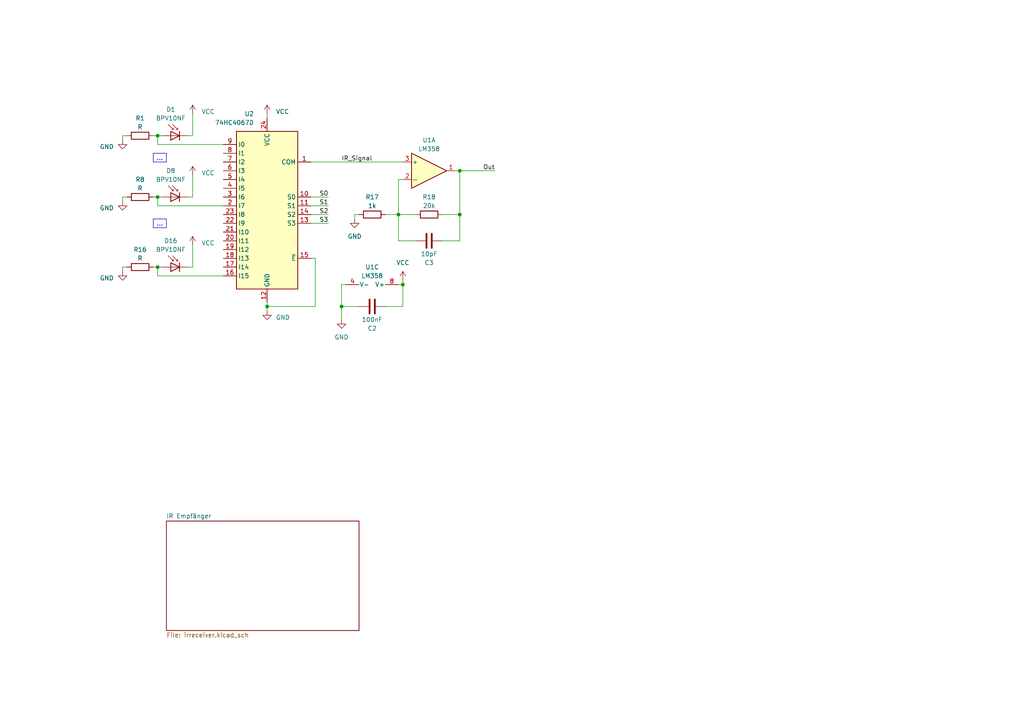
<source format=kicad_sch>
(kicad_sch (version 20230121) (generator eeschema)
  (paper "A4")
  (title_block (title "IR Receiver") (date "2022-11-23") (rev "3") (company "FH Dortmund - 42nibbles") (comment 1 "Jannik Schmöle"))
  (lib_symbols
    (symbol "74xx:CD74HC4067M"
      (property "Reference" "U" (at -8.89 22.86 0))
      (property "Value" "CD74HC4067M" (at 1.27 22.86 0))
      (symbol "CD74HC4067M_0_1"
        (rectangle (start -8.89 21.59) (end 8.89 -24.13) (stroke (width 0.254)) (fill (type background)))
      )
      (symbol "CD74HC4067M_1_1"
        (pin passive line (at -12.7 12.7 0) (length 3.81) (name "COM") (number "1"))
        (pin input line (at -12.7 2.54 0) (length 3.81) (name "S0") (number "10"))
        (pin input line (at -12.7 0 0) (length 3.81) (name "S1") (number "11"))
        (pin power_in line (at 0 -27.94 90) (length 3.81) (name "GND") (number "12"))
        (pin input line (at -12.7 -5.08 0) (length 3.81) (name "S3") (number "13"))
        (pin input line (at -12.7 -2.54 0) (length 3.81) (name "S2") (number "14"))
        (pin input line (at -12.7 -15.24 0) (length 3.81) (name "~{E}") (number "15"))
        (pin passive line (at 12.7 -20.32 180) (length 3.81) (name "I15") (number "16"))
        (pin passive line (at 12.7 -17.78 180) (length 3.81) (name "I14") (number "17"))
        (pin passive line (at 12.7 -15.24 180) (length 3.81) (name "I13") (number "18"))
        (pin passive line (at 12.7 -12.7 180) (length 3.81) (name "I12") (number "19"))
        (pin passive line (at 12.7 0 180) (length 3.81) (name "I7") (number "2"))
        (pin passive line (at 12.7 -10.16 180) (length 3.81) (name "I11") (number "20"))
        (pin passive line (at 12.7 -7.62 180) (length 3.81) (name "I10") (number "21"))
        (pin passive line (at 12.7 -5.08 180) (length 3.81) (name "I9") (number "22"))
        (pin passive line (at 12.7 -2.54 180) (length 3.81) (name "I8") (number "23"))
        (pin power_in line (at 0 25.4 270) (length 3.81) (name "VCC") (number "24"))
        (pin passive line (at 12.7 2.54 180) (length 3.81) (name "I6") (number "3"))
        (pin passive line (at 12.7 5.08 180) (length 3.81) (name "I5") (number "4"))
        (pin passive line (at 12.7 7.62 180) (length 3.81) (name "I4") (number "5"))
        (pin passive line (at 12.7 10.16 180) (length 3.81) (name "I3") (number "6"))
        (pin passive line (at 12.7 12.7 180) (length 3.81) (name "I2") (number "7"))
        (pin passive line (at 12.7 15.24 180) (length 3.81) (name "I1") (number "8"))
        (pin passive line (at 12.7 17.78 180) (length 3.81) (name "I0") (number "9"))
      )
    )
    (symbol "Amplifier_Operational:LM358" (pin_names (offset 0.127))
      (property "Reference" "U" (at 0 5.08 0))
      (property "Value" "LM358" (at 0 -5.08 0))
      (symbol "LM358_1_1"
        (polyline (pts (xy -5.08 5.08) (xy 5.08 0) (xy -5.08 -5.08) (xy -5.08 5.08)) (stroke (width 0.254)) (fill (type background)))
        (pin output line (at 7.62 0 180) (length 2.54) (name "~") (number "1"))
        (pin input line (at -7.62 -2.54 0) (length 2.54) (name "-") (number "2"))
        (pin input line (at -7.62 2.54 0) (length 2.54) (name "+") (number "3"))
      )
      (symbol "LM358_2_1"
        (polyline (pts (xy -5.08 5.08) (xy 5.08 0) (xy -5.08 -5.08) (xy -5.08 5.08)) (stroke (width 0.254)) (fill (type background)))
        (pin input line (at -7.62 2.54 0) (length 2.54) (name "+") (number "5"))
        (pin input line (at -7.62 -2.54 0) (length 2.54) (name "-") (number "6"))
        (pin output line (at 7.62 0 180) (length 2.54) (name "~") (number "7"))
      )
      (symbol "LM358_3_1"
        (pin power_in line (at -2.54 -7.62 90) (length 3.81) (name "V-") (number "4"))
        (pin power_in line (at -2.54 7.62 270) (length 3.81) (name "V+") (number "8"))
      )
    )
    (symbol "Device:C" (pin_numbers hide) (pin_names (offset 0.254))
      (property "Reference" "C" (at 0.635 2.54 0))
      (property "Value" "C" (at 0.635 -2.54 0))
      (symbol "C_0_1"
        (polyline (pts (xy -2.032 -0.762) (xy 2.032 -0.762)) (stroke (width 0.508)))
        (polyline (pts (xy -2.032 0.762) (xy 2.032 0.762)) (stroke (width 0.508)))
      )
      (symbol "C_1_1"
        (pin passive line (at 0 3.81 270) (length 2.794) (name "~") (number "1"))
        (pin passive line (at 0 -3.81 90) (length 2.794) (name "~") (number "2"))
      )
    )
    (symbol "Device:D_Photo" (pin_numbers hide) (pin_names hide)
      (property "Reference" "D" (at 0.508 1.778 0))
      (property "Value" "D_Photo" (at -1.016 -2.794 0))
      (symbol "D_Photo_0_1"
        (polyline (pts (xy -2.54 1.27) (xy -2.54 -1.27)) (stroke (width 0.254)))
        (polyline (pts (xy -2.032 1.778) (xy -1.524 1.778)))
        (polyline (pts (xy 0 0) (xy -2.54 0)))
        (polyline (pts (xy -0.508 3.302) (xy -2.032 1.778) (xy -2.032 2.286)))
        (polyline (pts (xy 0 -1.27) (xy 0 1.27) (xy -2.54 0) (xy 0 -1.27)) (stroke (width 0.254)))
        (polyline (pts (xy 0.762 3.302) (xy -0.762 1.778) (xy -0.762 2.286) (xy -0.762 1.778) (xy -0.254 1.778)))
      )
      (symbol "D_Photo_1_1"
        (pin passive line (at -5.08 0 0) (length 2.54) (name "K") (number "1"))
        (pin passive line (at 2.54 0 180) (length 2.54) (name "A") (number "2"))
      )
    )
    (symbol "Device:R" (pin_numbers hide) (pin_names (offset 0))
      (property "Reference" "R" (at 2.032 0 90))
      (property "Value" "R" (at 0 0 90))
      (symbol "R_0_1"
        (rectangle (start -1.016 -2.54) (end 1.016 2.54) (stroke (width 0.254)))
      )
      (symbol "R_1_1"
        (pin passive line (at 0 3.81 270) (length 1.27) (name "~") (number "1"))
        (pin passive line (at 0 -3.81 90) (length 1.27) (name "~") (number "2"))
      )
    )
    (symbol "power:GND" (power) (pin_names (offset 0))
      (property "Value" "GND" (at 0 -3.81 0))
      (symbol "GND_0_1"
        (polyline (pts (xy 0 0) (xy 0 -1.27) (xy 1.27 -1.27) (xy 0 -2.54) (xy -1.27 -1.27) (xy 0 -1.27)))
      )
      (symbol "GND_1_1"
        (pin power_in line (at 0 0 270) (length 0) hide (name "GND") (number "1"))
      )
    )
    (symbol "power:VCC" (power) (pin_names (offset 0))
      (property "Value" "VCC" (at 0 3.81 0))
      (symbol "VCC_0_1"
        (polyline (pts (xy -0.762 1.27) (xy 0 2.54)))
        (polyline (pts (xy 0 0) (xy 0 2.54)))
        (polyline (pts (xy 0 2.54) (xy 0.762 1.27)))
      )
      (symbol "VCC_1_1"
        (pin power_in line (at 0 0 90) (length 0) hide (name "VCC") (number "1"))
      )
    )
  )
  (junction (at 45.72 39.37))
  (junction (at 77.47 88.9))
  (junction (at 45.72 77.47))
  (junction (at 115.57 62.23))
  (junction (at 45.72 57.15))
  (junction (at 133.35 49.53))
  (junction (at 116.84 82.55))
  (junction (at 133.35 62.23))
  (junction (at 99.06 88.9))
  (wire (pts (xy 55.88 39.37) (xy 54.61 39.37)))
  (wire (pts (xy 35.56 39.37) (xy 35.56 40.64)))
  (wire (pts (xy 45.72 77.47) (xy 46.99 77.47)))
  (wire (pts (xy 55.88 33.02) (xy 55.88 39.37)))
  (wire (pts (xy 115.57 52.07) (xy 116.84 52.07)))
  (wire (pts (xy 35.56 78.74) (xy 35.56 77.47)))
  (wire (pts (xy 55.88 71.12) (xy 55.88 77.47)))
  (wire (pts (xy 45.72 39.37) (xy 46.99 39.37)))
  (wire (pts (xy 91.44 88.9) (xy 77.47 88.9)))
  (wire (pts (xy 120.65 69.85) (xy 115.57 69.85)))
  (wire (pts (xy 45.72 80.01) (xy 45.72 77.47)))
  (wire (pts (xy 90.17 59.69) (xy 95.25 59.69)))
  (wire (pts (xy 35.56 57.15) (xy 36.83 57.15)))
  (wire (pts (xy 90.17 64.77) (xy 95.25 64.77)))
  (wire (pts (xy 133.35 62.23) (xy 133.35 49.53)))
  (wire (pts (xy 35.56 58.42) (xy 35.56 57.15)))
  (wire (pts (xy 90.17 46.99) (xy 116.84 46.99)))
  (wire (pts (xy 90.17 62.23) (xy 95.25 62.23)))
  (wire (pts (xy 44.45 39.37) (xy 45.72 39.37)))
  (wire (pts (xy 111.76 62.23) (xy 115.57 62.23)))
  (wire (pts (xy 77.47 33.02) (xy 77.47 34.29)))
  (wire (pts (xy 35.56 77.47) (xy 36.83 77.47)))
  (wire (pts (xy 64.77 80.01) (xy 45.72 80.01)))
  (wire (pts (xy 128.27 69.85) (xy 133.35 69.85)))
  (wire (pts (xy 133.35 49.53) (xy 143.51 49.53)))
  (wire (pts (xy 116.84 82.55) (xy 115.57 82.55)))
  (wire (pts (xy 115.57 62.23) (xy 120.65 62.23)))
  (wire (pts (xy 77.47 90.17) (xy 77.47 88.9)))
  (wire (pts (xy 91.44 74.93) (xy 90.17 74.93)))
  (wire (pts (xy 45.72 41.91) (xy 45.72 39.37)))
  (wire (pts (xy 44.45 77.47) (xy 45.72 77.47)))
  (wire (pts (xy 45.72 57.15) (xy 46.99 57.15)))
  (wire (pts (xy 99.06 82.55) (xy 100.33 82.55)))
  (wire (pts (xy 116.84 81.28) (xy 116.84 82.55)))
  (wire (pts (xy 55.88 77.47) (xy 54.61 77.47)))
  (wire (pts (xy 45.72 59.69) (xy 64.77 59.69)))
  (wire (pts (xy 128.27 62.23) (xy 133.35 62.23)))
  (wire (pts (xy 104.14 88.9) (xy 99.06 88.9)))
  (wire (pts (xy 55.88 57.15) (xy 54.61 57.15)))
  (wire (pts (xy 55.88 50.8) (xy 55.88 57.15)))
  (wire (pts (xy 99.06 92.71) (xy 99.06 88.9)))
  (wire (pts (xy 35.56 39.37) (xy 36.83 39.37)))
  (wire (pts (xy 111.76 88.9) (xy 116.84 88.9)))
  (wire (pts (xy 115.57 52.07) (xy 115.57 62.23)))
  (wire (pts (xy 116.84 88.9) (xy 116.84 82.55)))
  (wire (pts (xy 104.14 62.23) (xy 102.87 62.23)))
  (wire (pts (xy 133.35 49.53) (xy 132.08 49.53)))
  (wire (pts (xy 102.87 62.23) (xy 102.87 63.5)))
  (wire (pts (xy 133.35 69.85) (xy 133.35 62.23)))
  (wire (pts (xy 90.17 57.15) (xy 95.25 57.15)))
  (wire (pts (xy 77.47 88.9) (xy 77.47 87.63)))
  (wire (pts (xy 115.57 69.85) (xy 115.57 62.23)))
  (wire (pts (xy 91.44 74.93) (xy 91.44 88.9)))
  (wire (pts (xy 44.45 57.15) (xy 45.72 57.15)))
  (wire (pts (xy 45.72 59.69) (xy 45.72 57.15)))
  (wire (pts (xy 45.72 41.91) (xy 64.77 41.91)))
  (wire (pts (xy 99.06 82.55) (xy 99.06 88.9)))
  (text_box "..." (at 44.45 44.45 0) (size 3.81 2.54) (effects (font (size 1.27 1.27))))
  (text_box "..." (at 44.45 63.5 0) (size 3.81 2.54) (effects (font (size 1.27 1.27))))
  (label "Out" (at 143.51 49.53 180))
  (label "S1" (at 95.25 59.69 180))
  (label "IR_Signal" (at 99.06 46.99 0))
  (label "S0" (at 95.25 57.15 180))
  (label "S3" (at 95.25 64.77 180))
  (label "S2" (at 95.25 62.23 180))
  (symbol (lib_id "Device:C") (at 107.95 88.9 270) (unit 1)
    (property "Reference" "C2" (at 107.95 95.25 90))
    (property "Value" "100nF" (at 107.95 92.71 90))
    (property "Footprint" "Capacitor_SMD:C_0805_2012Metric_Pad1.18x1.45mm_HandSolder" (effects hide))
  )
  (symbol (lib_id "power:GND") (at 35.56 78.74 0) (mirror y) (unit 1)
    (property "Reference" "#PWR07" (effects hide))
    (property "Value" "GND" (at 33.02 80.645 0) (effects (justify left)))
  )
  (symbol (lib_id "power:VCC") (at 55.88 33.02 0) (unit 1)
    (property "Reference" "#PWR08" (effects hide))
    (property "Value" "VCC" (at 58.42 32.385 0) (effects (justify left)))
  )
  (symbol (lib_id "Device:R") (at 40.64 39.37 270) (mirror x) (unit 1)
    (property "Reference" "R1" (at 40.64 34.29 90))
    (property "Value" "R" (at 40.64 36.83 90))
    (property "Footprint" "Resistor_SMD:R_0805_2012Metric_Pad1.20x1.40mm_HandSolder" (effects hide))
  )
  (symbol (lib_id "power:VCC") (at 55.88 50.8 0) (unit 1)
    (property "Reference" "#PWR09" (effects hide))
    (property "Value" "VCC" (at 58.42 50.165 0) (effects (justify left)))
  )
  (symbol (lib_id "Device:R") (at 107.95 62.23 90) (unit 1)
    (property "Reference" "R17" (at 107.95 57.15 90))
    (property "Value" "1k" (at 107.95 59.69 90))
    (property "Footprint" "Resistor_SMD:R_0805_2012Metric_Pad1.20x1.40mm_HandSolder" (effects hide))
  )
  (symbol (lib_id "Amplifier_Operational:LM358") (at 107.95 80.01 270) (mirror x) (unit 3)
    (property "Reference" "U1" (at 107.95 77.47 90))
    (property "Value" "LM358" (at 107.95 80.01 90))
    (property "Footprint" "Package_SO:SOP-8_3.9x4.9mm_P1.27mm" (effects hide))
    (property "Datasheet" "http://www.ti.com/lit/ds/symlink/lm2904-n.pdf" (effects hide))
  )
  (symbol (lib_id "power:GND") (at 77.47 90.17 0) (unit 1)
    (property "Reference" "#PWR012" (effects hide))
    (property "Value" "GND" (at 80.01 92.075 0) (effects (justify left)))
  )
  (symbol (lib_id "Device:C") (at 124.46 69.85 90) (mirror x) (unit 1)
    (property "Reference" "C3" (at 124.46 76.2 90))
    (property "Value" "10pF" (at 124.46 73.66 90))
    (property "Footprint" "Capacitor_SMD:C_0805_2012Metric_Pad1.18x1.45mm_HandSolder" (effects hide))
  )
  (symbol (lib_id "power:VCC") (at 116.84 81.28 0) (mirror y) (unit 1)
    (property "Reference" "#PWR013" (effects hide))
    (property "Value" "VCC" (at 116.84 76.2 0))
  )
  (symbol (lib_id "Device:D_Photo") (at 49.53 57.15 0) (mirror y) (unit 1)
    (property "Reference" "D8" (at 49.53 49.53 0))
    (property "Value" "BPV10NF" (at 49.53 52.07 0))
    (property "Footprint" "LED_THT:LED_D5.0mm_Horizontal_O3.81mm_Z3.0mm" (effects hide))
  )
  (symbol (lib_id "power:VCC") (at 77.47 33.02 0) (unit 1)
    (property "Reference" "#PWR011" (effects hide))
    (property "Value" "VCC" (at 80.01 32.385 0) (effects (justify left)))
  )
  (symbol (lib_id "Device:R") (at 40.64 57.15 270) (mirror x) (unit 1)
    (property "Reference" "R8" (at 40.64 52.07 90))
    (property "Value" "R" (at 40.64 54.61 90))
    (property "Footprint" "Resistor_SMD:R_0805_2012Metric_Pad1.20x1.40mm_HandSolder" (effects hide))
  )
  (symbol (lib_id "Device:R") (at 124.46 62.23 90) (unit 1)
    (property "Reference" "R18" (at 124.46 57.15 90))
    (property "Value" "20k" (at 124.46 59.69 90))
    (property "Footprint" "Resistor_SMD:R_0805_2012Metric_Pad1.20x1.40mm_HandSolder" (effects hide))
  )
  (symbol (lib_id "power:GND") (at 35.56 58.42 0) (mirror y) (unit 1)
    (property "Reference" "#PWR04" (effects hide))
    (property "Value" "GND" (at 33.02 60.325 0) (effects (justify left)))
  )
  (symbol (lib_id "Amplifier_Operational:LM358") (at 124.46 49.53 0) (unit 1)
    (property "Reference" "U1" (at 124.46 40.64 0))
    (property "Value" "LM358" (at 124.46 43.18 0))
    (property "Footprint" "Package_SO:SOP-8_3.9x4.9mm_P1.27mm" (effects hide))
    (property "Datasheet" "http://www.ti.com/lit/ds/symlink/lm2904-n.pdf" (effects hide))
  )
  (symbol (lib_id "74xx:CD74HC4067M") (at 77.47 59.69 0) (mirror y) (unit 1)
    (property "Reference" "U2" (at 73.66 33.02 0) (effects (justify left)))
    (property "Value" "74HC4067D" (at 73.66 35.56 0) (effects (justify left)))
    (property "Footprint" "Package_SO:SOIC-24W_7.5x15.4mm_P1.27mm" (effects hide))
    (property "Datasheet" "http://www.ti.com/lit/ds/symlink/cd74hc4067.pdf" (effects hide))
  )
  (symbol (lib_id "power:VCC") (at 55.88 71.12 0) (unit 1)
    (property "Reference" "#PWR010" (effects hide))
    (property "Value" "VCC" (at 58.42 70.485 0) (effects (justify left)))
  )
  (symbol (lib_id "power:GND") (at 35.56 40.64 0) (mirror y) (unit 1)
    (property "Reference" "#PWR01" (effects hide))
    (property "Value" "GND" (at 33.02 42.545 0) (effects (justify left)))
  )
  (symbol (lib_id "power:GND") (at 99.06 92.71 0) (mirror y) (unit 1)
    (property "Reference" "#PWR015" (effects hide))
    (property "Value" "GND" (at 99.06 97.79 0))
  )
  (symbol (lib_id "Device:D_Photo") (at 49.53 77.47 0) (mirror y) (unit 1)
    (property "Reference" "D16" (at 49.53 69.85 0))
    (property "Value" "BPV10NF" (at 49.53 72.39 0))
    (property "Footprint" "LED_THT:LED_D5.0mm_Horizontal_O3.81mm_Z3.0mm" (effects hide))
  )
  (symbol (lib_id "Device:D_Photo") (at 49.53 39.37 0) (mirror y) (unit 1)
    (property "Reference" "D1" (at 49.53 31.75 0))
    (property "Value" "BPV10NF" (at 49.53 34.29 0))
    (property "Footprint" "LED_THT:LED_D5.0mm_Horizontal_O3.81mm_Z3.0mm" (effects hide))
  )
  (symbol (lib_id "power:GND") (at 102.87 63.5 0) (unit 1)
    (property "Reference" "#PWR014" (effects hide))
    (property "Value" "GND" (at 102.87 68.58 0))
  )
  (symbol (lib_id "Device:R") (at 40.64 77.47 270) (mirror x) (unit 1)
    (property "Reference" "R16" (at 40.64 72.39 90))
    (property "Value" "R" (at 40.64 74.93 90))
    (property "Footprint" "Resistor_SMD:R_0805_2012Metric_Pad1.20x1.40mm_HandSolder" (effects hide))
  )
  (sheet (at 48.26 151.13) (size 55.88 31.75) (stroke (width 0.1524))
    (property "Sheetname" "IR Empfänger" (at 48.26 150.4184 0) (effects (justify left bottom)))
    (property "Sheetfile" "irreceiver.kicad_sch" (at 48.26 183.4646 0) (effects (justify left top)))
  )
)
</source>
